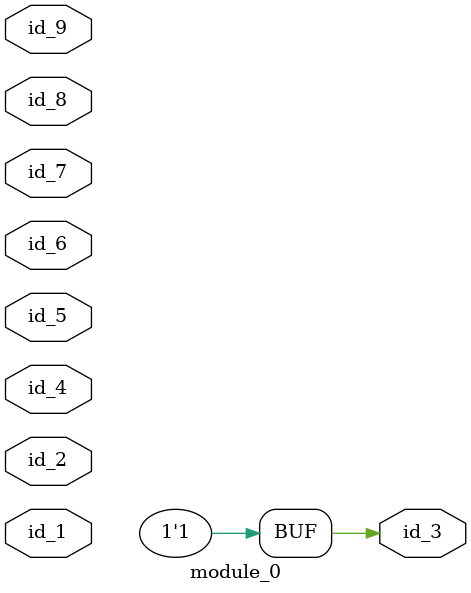
<source format=v>
`timescale 1ps / 1ps
module module_0 (
    id_1,
    id_2,
    id_3,
    id_4,
    id_5,
    id_6,
    id_7,
    id_8,
    id_9
);
  input id_9;
  inout id_8;
  inout id_7;
  inout id_6;
  input id_5;
  input id_4;
  output id_3;
  inout id_2;
  inout id_1;
  assign id_3 = 1;
endmodule

</source>
